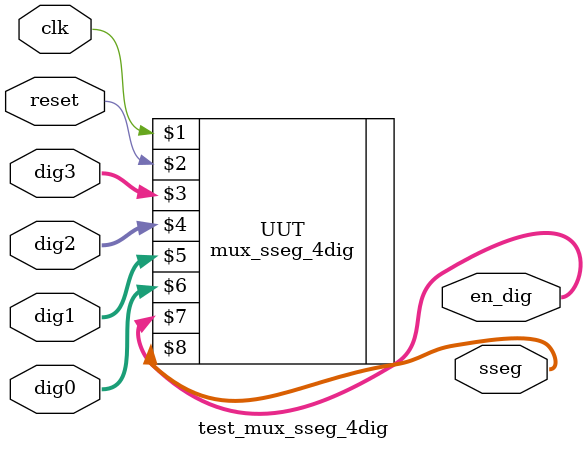
<source format=v>
module test_mux_sseg_4dig(
  input wire clk, reset,
  input wire [7:0] dig3, dig2, dig1, dig0,
  output wire [3:0] en_dig,
  output wire [7:0] sseg
);

  mux_sseg_4dig UUT( clk, reset, dig3, dig2, dig1, dig0, en_dig, sseg);

endmodule

</source>
